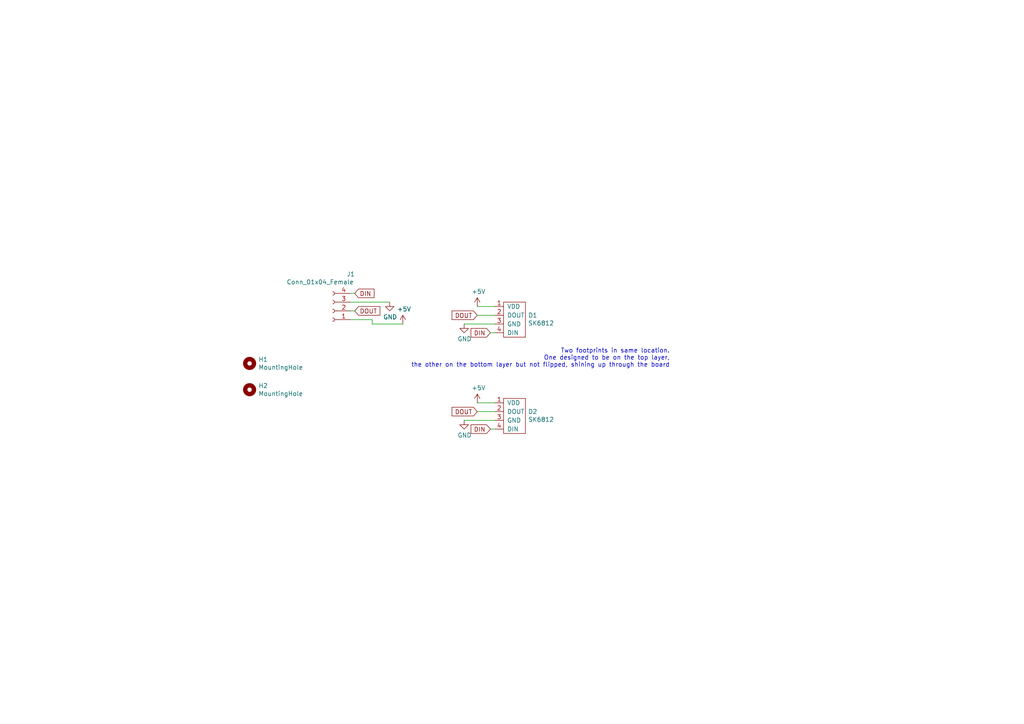
<source format=kicad_sch>
(kicad_sch (version 20210126) (generator eeschema)
  (paper "A4")
  (lib_symbols
    (symbol "BVH_LED:SK6812" (pin_names (offset 1.016))
      (property "Reference" "D" (at 0 -6.35 0))
      (property "Value" "SK6812" (at 0 7.62 0))
      (symbol "SK6812_0_1"
        (rectangle (start -1.27 5.08) (end 5.08 -5.08))
      )
      (symbol "SK6812_1_1"
        (pin input line (at -3.81 3.81 0) (length 2.54) (name "VDD") (number "1"))
        (pin input line (at -3.81 1.27 0) (length 2.54) (name "DOUT") (number "2"))
        (pin input line (at -3.81 -1.27 0) (length 2.54) (name "GND") (number "3"))
        (pin input line (at -3.81 -3.81 0) (length 2.54) (name "DIN") (number "4"))
      )
    )
    (symbol "Connector:Conn_01x04_Female" (pin_names (offset 1.016) hide)
      (property "Reference" "J" (at 0 5.08 0))
      (property "Value" "Conn_01x04_Female" (at 0 -7.62 0))
      (symbol "Conn_01x04_Female_1_1"
        (arc (start 0 -4.572) (end 0 -5.588) (radius (at 0 -5.08) (length 0.508) (angles 90.1 -90.1)) (stroke (width 0.1524)))
        (arc (start 0 -2.032) (end 0 -3.048) (radius (at 0 -2.54) (length 0.508) (angles 90.1 -90.1)) (stroke (width 0.1524)))
        (arc (start 0 0.508) (end 0 -0.508) (radius (at 0 0) (length 0.508) (angles 90.1 -90.1)) (stroke (width 0.1524)))
        (arc (start 0 3.048) (end 0 2.032) (radius (at 0 2.54) (length 0.508) (angles 90.1 -90.1)) (stroke (width 0.1524)))
        (polyline (pts (xy -1.27 -5.08) (xy -0.508 -5.08)) (stroke (width 0.1524)))
        (polyline (pts (xy -1.27 -2.54) (xy -0.508 -2.54)) (stroke (width 0.1524)))
        (polyline (pts (xy -1.27 0) (xy -0.508 0)) (stroke (width 0.1524)))
        (polyline (pts (xy -1.27 2.54) (xy -0.508 2.54)) (stroke (width 0.1524)))
        (pin passive line (at -5.08 2.54 0) (length 3.81) (name "Pin_1") (number "1"))
        (pin passive line (at -5.08 0 0) (length 3.81) (name "Pin_2") (number "2"))
        (pin passive line (at -5.08 -2.54 0) (length 3.81) (name "Pin_3") (number "3"))
        (pin passive line (at -5.08 -5.08 0) (length 3.81) (name "Pin_4") (number "4"))
      )
    )
    (symbol "Mechanical:MountingHole" (pin_names (offset 1.016))
      (property "Reference" "H" (at 0 5.08 0))
      (property "Value" "MountingHole" (at 0 3.175 0))
      (symbol "MountingHole_0_1"
        (circle (center 0 0) (radius 1.27) (stroke (width 1.27)))
      )
    )
    (symbol "power:+5V" (power) (pin_names (offset 0))
      (property "Value" "+5V" (at 0 3.556 0))
      (symbol "+5V_0_1"
        (polyline (pts (xy -0.762 1.27) (xy 0 2.54)))
        (polyline (pts (xy 0 0) (xy 0 2.54)))
        (polyline (pts (xy 0 2.54) (xy 0.762 1.27)))
      )
      (symbol "+5V_1_1"
        (pin power_in line (at 0 0 90) (length 0) hide (name "+5V") (number "1"))
      )
    )
    (symbol "power:GND" (power) (pin_names (offset 0))
      (property "Value" "GND" (at 0 -3.81 0))
      (symbol "GND_0_1"
        (polyline (pts (xy 0 0) (xy 0 -1.27) (xy 1.27 -1.27) (xy 0 -2.54) (xy -1.27 -1.27) (xy 0 -1.27)))
      )
      (symbol "GND_1_1"
        (pin power_in line (at 0 0 270) (length 0) hide (name "GND") (number "1"))
      )
    )
  )
  (wire (pts (xy 101.6 85.09) (xy 102.87 85.09)))
  (wire (pts (xy 101.6 87.63) (xy 113.03 87.63)))
  (wire (pts (xy 101.6 90.17) (xy 102.87 90.17)))
  (wire (pts (xy 107.95 92.71) (xy 101.6 92.71)))
  (wire (pts (xy 107.95 93.98) (xy 107.95 92.71)))
  (wire (pts (xy 116.84 93.98) (xy 107.95 93.98)))
  (wire (pts (xy 134.62 93.98) (xy 143.51 93.98)))
  (wire (pts (xy 134.62 121.92) (xy 143.51 121.92)))
  (wire (pts (xy 138.43 88.9) (xy 143.51 88.9)))
  (wire (pts (xy 138.43 91.44) (xy 143.51 91.44)))
  (wire (pts (xy 138.43 116.84) (xy 143.51 116.84)))
  (wire (pts (xy 138.43 119.38) (xy 143.51 119.38)))
  (wire (pts (xy 142.24 96.52) (xy 143.51 96.52)))
  (wire (pts (xy 142.24 124.46) (xy 143.51 124.46)))
  (text "Two footprints in same location.\nOne designed to be on the top layer,\nthe other on the bottom layer but not flipped, shining up through the board" (at 194.31 106.68 0) (effects (font (size 1.27 1.27)) (justify right bottom)))
  (global_label "DIN" (shape input) (at 102.87 85.09 0) (property "Intersheet References" "${INTERSHEET_REFS}" (effects hide)))
  (global_label "DOUT" (shape input) (at 102.87 90.17 0) (property "Intersheet References" "${INTERSHEET_REFS}" (effects hide)))
  (global_label "DOUT" (shape input) (at 138.43 91.44 180) (property "Intersheet References" "${INTERSHEET_REFS}" (effects hide)))
  (global_label "DOUT" (shape input) (at 138.43 119.38 180) (property "Intersheet References" "${INTERSHEET_REFS}" (effects hide)))
  (global_label "DIN" (shape input) (at 142.24 96.52 180) (property "Intersheet References" "${INTERSHEET_REFS}" (effects hide)))
  (global_label "DIN" (shape input) (at 142.24 124.46 180) (property "Intersheet References" "${INTERSHEET_REFS}" (effects hide)))
  (symbol (lib_id "power:+5V") (at 116.84 93.98 0) (unit 1)
    (property "Reference" "#PWR01" (effects hide))
    (property "Value" "+5V" (at 117.2083 89.6556 0))
  )
  (symbol (lib_id "power:+5V") (at 138.43 88.9 0) (unit 1)
    (property "Reference" "#PWR03" (effects hide))
    (property "Value" "+5V" (at 138.7983 84.5756 0))
  )
  (symbol (lib_id "power:+5V") (at 138.43 116.84 0) (unit 1)
    (property "Reference" "#PWR?" (effects hide))
    (property "Value" "+5V" (at 138.7983 112.5156 0))
  )
  (symbol (lib_id "power:GND") (at 113.03 87.63 0) (unit 1)
    (property "Reference" "#PWR02" (effects hide))
    (property "Value" "GND" (at 113.1443 91.9544 0))
  )
  (symbol (lib_id "power:GND") (at 134.62 93.98 0) (unit 1)
    (property "Reference" "#PWR04" (effects hide))
    (property "Value" "GND" (at 134.7343 98.3044 0))
  )
  (symbol (lib_id "power:GND") (at 134.62 121.92 0) (unit 1)
    (property "Reference" "#PWR?" (effects hide))
    (property "Value" "GND" (at 134.7343 126.2444 0))
  )
  (symbol (lib_id "Mechanical:MountingHole") (at 72.39 105.41 0) (unit 1)
    (property "Reference" "H1" (at 74.9301 104.2606 0) (effects (justify left)))
    (property "Value" "MountingHole" (at 74.9301 106.5593 0) (effects (justify left)))
  )
  (symbol (lib_id "Mechanical:MountingHole") (at 72.39 113.03 0) (unit 1)
    (property "Reference" "H2" (at 74.9301 111.8806 0) (effects (justify left)))
    (property "Value" "MountingHole" (at 74.9301 114.1793 0) (effects (justify left)))
  )
  (symbol (lib_id "Connector:Conn_01x04_Female") (at 96.52 90.17 180) (unit 1)
    (property "Reference" "J1" (at 101.7524 79.5082 0))
    (property "Value" "Conn_01x04_Female" (at 92.8624 81.8069 0))
    (property "Footprint" "Connector_PinSocket_2.54mm:PinSocket_1x04_P2.54mm_Vertical" (effects hide))
  )
  (symbol (lib_id "BVH_LED:SK6812") (at 147.32 92.71 0) (unit 1)
    (property "Reference" "D1" (at 153.1621 91.4463 0) (effects (justify left)))
    (property "Value" "SK6812" (at 153.1621 93.745 0) (effects (justify left)))
    (property "Footprint" "BVH_LED:SK6812Mini-E_Front" (effects hide))
  )
  (symbol (lib_id "BVH_LED:SK6812") (at 147.32 120.65 0) (unit 1)
    (property "Reference" "D2" (at 153.1621 119.3863 0) (effects (justify left)))
    (property "Value" "SK6812" (at 153.1621 121.685 0) (effects (justify left)))
    (property "Footprint" "BVH_LED:SK6812Mini-E_Back_Shining_Through" (effects hide))
  )
)
</source>
